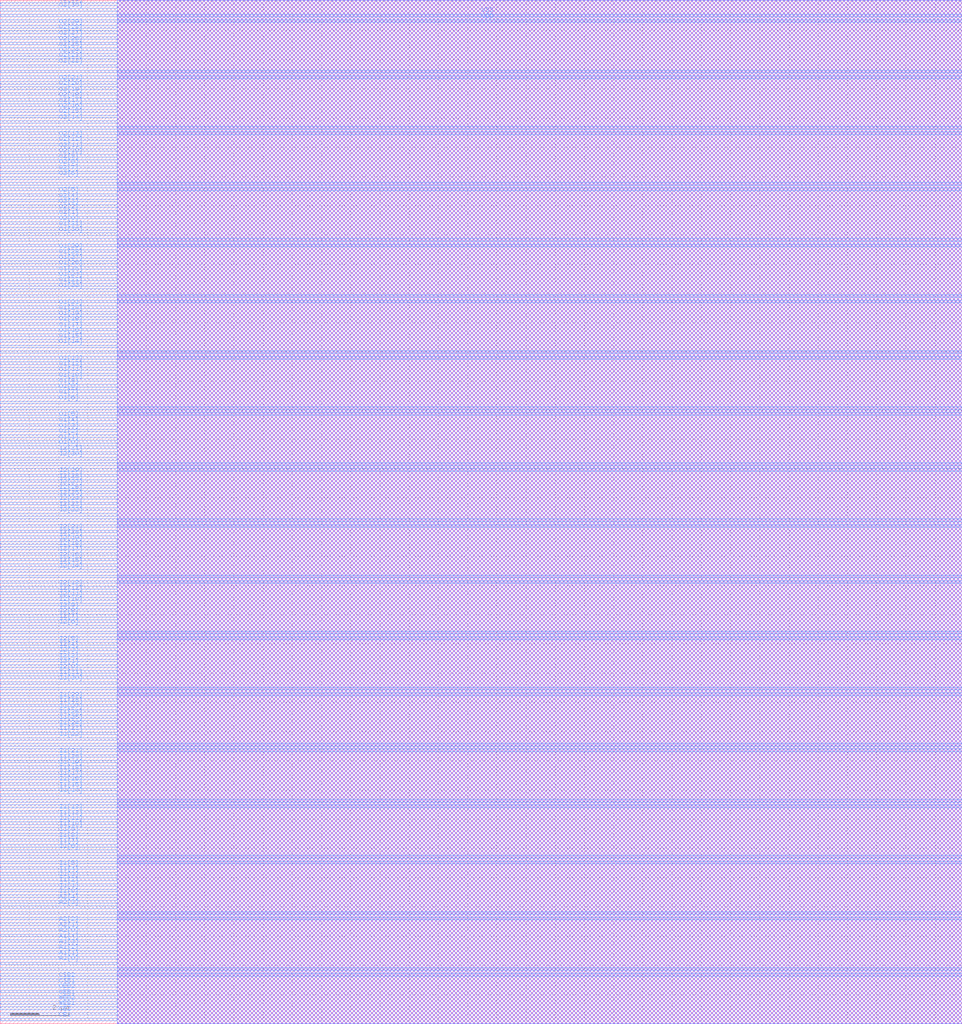
<source format=lef>
VERSION 5.6 ;
BUSBITCHARS "[]" ;
DIVIDERCHAR "/" ;

MACRO SRAM2RW32x32
  CLASS BLOCK ;
  ORIGIN 0 0 ;
  FOREIGN SRAM2RW32x32 0 0 ;
  SIZE 32.928 BY 35.04 ;
  SYMMETRY X Y ;
  SITE coreSite ;
  PIN VDD
    DIRECTION INOUT ;
    USE POWER ;
    PORT 
      LAYER M4 ;
        RECT 0.0 1.632 32.928 1.728 ;
        RECT 0.0 3.552 32.928 3.648 ;
        RECT 0.0 5.472 32.928 5.568 ;
        RECT 0.0 7.392 32.928 7.488 ;
        RECT 0.0 9.312 32.928 9.408 ;
        RECT 0.0 11.232 32.928 11.328 ;
        RECT 0.0 13.152 32.928 13.248 ;
        RECT 0.0 15.072 32.928 15.168 ;
        RECT 0.0 16.992 32.928 17.088 ;
        RECT 0.0 18.912 32.928 19.008 ;
        RECT 0.0 20.832 32.928 20.928 ;
        RECT 0.0 22.752 32.928 22.848 ;
        RECT 0.0 24.672 32.928 24.768 ;
        RECT 0.0 26.592 32.928 26.688 ;
        RECT 0.0 28.512 32.928 28.608 ;
        RECT 0.0 30.432 32.928 30.528 ;
        RECT 0.0 32.352 32.928 32.448 ;
        RECT 0.0 34.272 32.928 34.368 ;
    END 
  END VDD
  PIN VSS
    DIRECTION INOUT ;
    USE GROUND ;
    PORT 
      LAYER M4 ;
        RECT 0.0 1.824 32.928 1.92 ;
        RECT 0.0 3.744 32.928 3.84 ;
        RECT 0.0 5.664 32.928 5.76 ;
        RECT 0.0 7.584 32.928 7.68 ;
        RECT 0.0 9.504 32.928 9.6 ;
        RECT 0.0 11.424 32.928 11.52 ;
        RECT 0.0 13.344 32.928 13.44 ;
        RECT 0.0 15.264 32.928 15.36 ;
        RECT 0.0 17.184 32.928 17.28 ;
        RECT 0.0 19.104 32.928 19.2 ;
        RECT 0.0 21.024 32.928 21.12 ;
        RECT 0.0 22.944 32.928 23.04 ;
        RECT 0.0 24.864 32.928 24.96 ;
        RECT 0.0 26.784 32.928 26.88 ;
        RECT 0.0 28.704 32.928 28.8 ;
        RECT 0.0 30.624 32.928 30.72 ;
        RECT 0.0 32.544 32.928 32.64 ;
        RECT 0.0 34.464 32.928 34.56 ;
    END 
  END VSS
  PIN CE1
    DIRECTION INPUT ;
    USE SIGNAL ;
    PORT 
      LAYER M4 ;
        RECT 0.0 0.096 4.0 0.192 ;
    END 
  END CE1
  PIN CE2
    DIRECTION INPUT ;
    USE SIGNAL ;
    PORT 
      LAYER M4 ;
        RECT 0.0 0.288 4.0 0.384 ;
    END 
  END CE2
  PIN WEB1
    DIRECTION INPUT ;
    USE SIGNAL ;
    PORT 
      LAYER M4 ;
        RECT 0.0 0.48 4.0 0.576 ;
    END 
  END WEB1
  PIN WEB2
    DIRECTION INPUT ;
    USE SIGNAL ;
    PORT 
      LAYER M4 ;
        RECT 0.0 0.672 4.0 0.768 ;
    END 
  END WEB2
  PIN OEB1
    DIRECTION INPUT ;
    USE SIGNAL ;
    PORT 
      LAYER M4 ;
        RECT 0.0 0.864 4.0 0.96 ;
    END 
  END OEB1
  PIN OEB2
    DIRECTION INPUT ;
    USE SIGNAL ;
    PORT 
      LAYER M4 ;
        RECT 0.0 1.056 4.0 1.152 ;
    END 
  END OEB2
  PIN CSB1
    DIRECTION INPUT ;
    USE SIGNAL ;
    PORT 
      LAYER M4 ;
        RECT 0.0 1.248 4.0 1.344 ;
    END 
  END CSB1
  PIN CSB2
    DIRECTION INPUT ;
    USE SIGNAL ;
    PORT 
      LAYER M4 ;
        RECT 0.0 1.44 4.0 1.536 ;
    END 
  END CSB2
  PIN A1[0]
    DIRECTION INPUT ;
    USE SIGNAL ;
    PORT 
      LAYER M4 ;
        RECT 0.0 2.016 4.0 2.112 ;
    END 
  END A1[0]
  PIN A1[1]
    DIRECTION INPUT ;
    USE SIGNAL ;
    PORT 
      LAYER M4 ;
        RECT 0.0 2.208 4.0 2.304 ;
    END 
  END A1[1]
  PIN A1[2]
    DIRECTION INPUT ;
    USE SIGNAL ;
    PORT 
      LAYER M4 ;
        RECT 0.0 2.4 4.0 2.496 ;
    END 
  END A1[2]
  PIN A1[3]
    DIRECTION INPUT ;
    USE SIGNAL ;
    PORT 
      LAYER M4 ;
        RECT 0.0 2.592 4.0 2.688 ;
    END 
  END A1[3]
  PIN A1[4]
    DIRECTION INPUT ;
    USE SIGNAL ;
    PORT 
      LAYER M4 ;
        RECT 0.0 2.784 4.0 2.88 ;
    END 
  END A1[4]
  PIN A2[0]
    DIRECTION INPUT ;
    USE SIGNAL ;
    PORT 
      LAYER M4 ;
        RECT 0.0 2.976 4.0 3.072 ;
    END 
  END A2[0]
  PIN A2[1]
    DIRECTION INPUT ;
    USE SIGNAL ;
    PORT 
      LAYER M4 ;
        RECT 0.0 3.168 4.0 3.264 ;
    END 
  END A2[1]
  PIN A2[2]
    DIRECTION INPUT ;
    USE SIGNAL ;
    PORT 
      LAYER M4 ;
        RECT 0.0 3.36 4.0 3.456 ;
    END 
  END A2[2]
  PIN A2[3]
    DIRECTION INPUT ;
    USE SIGNAL ;
    PORT 
      LAYER M4 ;
        RECT 0.0 3.936 4.0 4.032 ;
    END 
  END A2[3]
  PIN A2[4]
    DIRECTION INPUT ;
    USE SIGNAL ;
    PORT 
      LAYER M4 ;
        RECT 0.0 4.128 4.0 4.224 ;
    END 
  END A2[4]
  PIN I1[0]
    DIRECTION INPUT ;
    USE SIGNAL ;
    PORT 
      LAYER M4 ;
        RECT 0.0 4.32 4.0 4.416 ;
    END 
  END I1[0]
  PIN I1[1]
    DIRECTION INPUT ;
    USE SIGNAL ;
    PORT 
      LAYER M4 ;
        RECT 0.0 4.512 4.0 4.608 ;
    END 
  END I1[1]
  PIN I1[2]
    DIRECTION INPUT ;
    USE SIGNAL ;
    PORT 
      LAYER M4 ;
        RECT 0.0 4.704 4.0 4.8 ;
    END 
  END I1[2]
  PIN I1[3]
    DIRECTION INPUT ;
    USE SIGNAL ;
    PORT 
      LAYER M4 ;
        RECT 0.0 4.896 4.0 4.992 ;
    END 
  END I1[3]
  PIN I1[4]
    DIRECTION INPUT ;
    USE SIGNAL ;
    PORT 
      LAYER M4 ;
        RECT 0.0 5.088 4.0 5.184 ;
    END 
  END I1[4]
  PIN I1[5]
    DIRECTION INPUT ;
    USE SIGNAL ;
    PORT 
      LAYER M4 ;
        RECT 0.0 5.28 4.0 5.376 ;
    END 
  END I1[5]
  PIN I1[6]
    DIRECTION INPUT ;
    USE SIGNAL ;
    PORT 
      LAYER M4 ;
        RECT 0.0 5.856 4.0 5.952 ;
    END 
  END I1[6]
  PIN I1[7]
    DIRECTION INPUT ;
    USE SIGNAL ;
    PORT 
      LAYER M4 ;
        RECT 0.0 6.048 4.0 6.144 ;
    END 
  END I1[7]
  PIN I1[8]
    DIRECTION INPUT ;
    USE SIGNAL ;
    PORT 
      LAYER M4 ;
        RECT 0.0 6.24 4.0 6.336 ;
    END 
  END I1[8]
  PIN I1[9]
    DIRECTION INPUT ;
    USE SIGNAL ;
    PORT 
      LAYER M4 ;
        RECT 0.0 6.432 4.0 6.528 ;
    END 
  END I1[9]
  PIN I1[10]
    DIRECTION INPUT ;
    USE SIGNAL ;
    PORT 
      LAYER M4 ;
        RECT 0.0 6.624 4.0 6.72 ;
    END 
  END I1[10]
  PIN I1[11]
    DIRECTION INPUT ;
    USE SIGNAL ;
    PORT 
      LAYER M4 ;
        RECT 0.0 6.816 4.0 6.912 ;
    END 
  END I1[11]
  PIN I1[12]
    DIRECTION INPUT ;
    USE SIGNAL ;
    PORT 
      LAYER M4 ;
        RECT 0.0 7.008 4.0 7.104 ;
    END 
  END I1[12]
  PIN I1[13]
    DIRECTION INPUT ;
    USE SIGNAL ;
    PORT 
      LAYER M4 ;
        RECT 0.0 7.2 4.0 7.296 ;
    END 
  END I1[13]
  PIN I1[14]
    DIRECTION INPUT ;
    USE SIGNAL ;
    PORT 
      LAYER M4 ;
        RECT 0.0 7.776 4.0 7.872 ;
    END 
  END I1[14]
  PIN I1[15]
    DIRECTION INPUT ;
    USE SIGNAL ;
    PORT 
      LAYER M4 ;
        RECT 0.0 7.968 4.0 8.064 ;
    END 
  END I1[15]
  PIN I1[16]
    DIRECTION INPUT ;
    USE SIGNAL ;
    PORT 
      LAYER M4 ;
        RECT 0.0 8.16 4.0 8.256 ;
    END 
  END I1[16]
  PIN I1[17]
    DIRECTION INPUT ;
    USE SIGNAL ;
    PORT 
      LAYER M4 ;
        RECT 0.0 8.352 4.0 8.448 ;
    END 
  END I1[17]
  PIN I1[18]
    DIRECTION INPUT ;
    USE SIGNAL ;
    PORT 
      LAYER M4 ;
        RECT 0.0 8.544 4.0 8.64 ;
    END 
  END I1[18]
  PIN I1[19]
    DIRECTION INPUT ;
    USE SIGNAL ;
    PORT 
      LAYER M4 ;
        RECT 0.0 8.736 4.0 8.832 ;
    END 
  END I1[19]
  PIN I1[20]
    DIRECTION INPUT ;
    USE SIGNAL ;
    PORT 
      LAYER M4 ;
        RECT 0.0 8.928 4.0 9.024 ;
    END 
  END I1[20]
  PIN I1[21]
    DIRECTION INPUT ;
    USE SIGNAL ;
    PORT 
      LAYER M4 ;
        RECT 0.0 9.12 4.0 9.216 ;
    END 
  END I1[21]
  PIN I1[22]
    DIRECTION INPUT ;
    USE SIGNAL ;
    PORT 
      LAYER M4 ;
        RECT 0.0 9.696 4.0 9.792 ;
    END 
  END I1[22]
  PIN I1[23]
    DIRECTION INPUT ;
    USE SIGNAL ;
    PORT 
      LAYER M4 ;
        RECT 0.0 9.888 4.0 9.984 ;
    END 
  END I1[23]
  PIN I1[24]
    DIRECTION INPUT ;
    USE SIGNAL ;
    PORT 
      LAYER M4 ;
        RECT 0.0 10.08 4.0 10.176 ;
    END 
  END I1[24]
  PIN I1[25]
    DIRECTION INPUT ;
    USE SIGNAL ;
    PORT 
      LAYER M4 ;
        RECT 0.0 10.272 4.0 10.368 ;
    END 
  END I1[25]
  PIN I1[26]
    DIRECTION INPUT ;
    USE SIGNAL ;
    PORT 
      LAYER M4 ;
        RECT 0.0 10.464 4.0 10.56 ;
    END 
  END I1[26]
  PIN I1[27]
    DIRECTION INPUT ;
    USE SIGNAL ;
    PORT 
      LAYER M4 ;
        RECT 0.0 10.656 4.0 10.752 ;
    END 
  END I1[27]
  PIN I1[28]
    DIRECTION INPUT ;
    USE SIGNAL ;
    PORT 
      LAYER M4 ;
        RECT 0.0 10.848 4.0 10.944 ;
    END 
  END I1[28]
  PIN I1[29]
    DIRECTION INPUT ;
    USE SIGNAL ;
    PORT 
      LAYER M4 ;
        RECT 0.0 11.04 4.0 11.136 ;
    END 
  END I1[29]
  PIN I1[30]
    DIRECTION INPUT ;
    USE SIGNAL ;
    PORT 
      LAYER M4 ;
        RECT 0.0 11.616 4.0 11.712 ;
    END 
  END I1[30]
  PIN I1[31]
    DIRECTION INPUT ;
    USE SIGNAL ;
    PORT 
      LAYER M4 ;
        RECT 0.0 11.808 4.0 11.904 ;
    END 
  END I1[31]
  PIN I2[0]
    DIRECTION INPUT ;
    USE SIGNAL ;
    PORT 
      LAYER M4 ;
        RECT 0.0 12.0 4.0 12.096 ;
    END 
  END I2[0]
  PIN I2[1]
    DIRECTION INPUT ;
    USE SIGNAL ;
    PORT 
      LAYER M4 ;
        RECT 0.0 12.192 4.0 12.288 ;
    END 
  END I2[1]
  PIN I2[2]
    DIRECTION INPUT ;
    USE SIGNAL ;
    PORT 
      LAYER M4 ;
        RECT 0.0 12.384 4.0 12.48 ;
    END 
  END I2[2]
  PIN I2[3]
    DIRECTION INPUT ;
    USE SIGNAL ;
    PORT 
      LAYER M4 ;
        RECT 0.0 12.576 4.0 12.672 ;
    END 
  END I2[3]
  PIN I2[4]
    DIRECTION INPUT ;
    USE SIGNAL ;
    PORT 
      LAYER M4 ;
        RECT 0.0 12.768 4.0 12.864 ;
    END 
  END I2[4]
  PIN I2[5]
    DIRECTION INPUT ;
    USE SIGNAL ;
    PORT 
      LAYER M4 ;
        RECT 0.0 12.96 4.0 13.056 ;
    END 
  END I2[5]
  PIN I2[6]
    DIRECTION INPUT ;
    USE SIGNAL ;
    PORT 
      LAYER M4 ;
        RECT 0.0 13.536 4.0 13.632 ;
    END 
  END I2[6]
  PIN I2[7]
    DIRECTION INPUT ;
    USE SIGNAL ;
    PORT 
      LAYER M4 ;
        RECT 0.0 13.728 4.0 13.824 ;
    END 
  END I2[7]
  PIN I2[8]
    DIRECTION INPUT ;
    USE SIGNAL ;
    PORT 
      LAYER M4 ;
        RECT 0.0 13.92 4.0 14.016 ;
    END 
  END I2[8]
  PIN I2[9]
    DIRECTION INPUT ;
    USE SIGNAL ;
    PORT 
      LAYER M4 ;
        RECT 0.0 14.112 4.0 14.208 ;
    END 
  END I2[9]
  PIN I2[10]
    DIRECTION INPUT ;
    USE SIGNAL ;
    PORT 
      LAYER M4 ;
        RECT 0.0 14.304 4.0 14.4 ;
    END 
  END I2[10]
  PIN I2[11]
    DIRECTION INPUT ;
    USE SIGNAL ;
    PORT 
      LAYER M4 ;
        RECT 0.0 14.496 4.0 14.592 ;
    END 
  END I2[11]
  PIN I2[12]
    DIRECTION INPUT ;
    USE SIGNAL ;
    PORT 
      LAYER M4 ;
        RECT 0.0 14.688 4.0 14.784 ;
    END 
  END I2[12]
  PIN I2[13]
    DIRECTION INPUT ;
    USE SIGNAL ;
    PORT 
      LAYER M4 ;
        RECT 0.0 14.88 4.0 14.976 ;
    END 
  END I2[13]
  PIN I2[14]
    DIRECTION INPUT ;
    USE SIGNAL ;
    PORT 
      LAYER M4 ;
        RECT 0.0 15.456 4.0 15.552 ;
    END 
  END I2[14]
  PIN I2[15]
    DIRECTION INPUT ;
    USE SIGNAL ;
    PORT 
      LAYER M4 ;
        RECT 0.0 15.648 4.0 15.744 ;
    END 
  END I2[15]
  PIN I2[16]
    DIRECTION INPUT ;
    USE SIGNAL ;
    PORT 
      LAYER M4 ;
        RECT 0.0 15.84 4.0 15.936 ;
    END 
  END I2[16]
  PIN I2[17]
    DIRECTION INPUT ;
    USE SIGNAL ;
    PORT 
      LAYER M4 ;
        RECT 0.0 16.032 4.0 16.128 ;
    END 
  END I2[17]
  PIN I2[18]
    DIRECTION INPUT ;
    USE SIGNAL ;
    PORT 
      LAYER M4 ;
        RECT 0.0 16.224 4.0 16.32 ;
    END 
  END I2[18]
  PIN I2[19]
    DIRECTION INPUT ;
    USE SIGNAL ;
    PORT 
      LAYER M4 ;
        RECT 0.0 16.416 4.0 16.512 ;
    END 
  END I2[19]
  PIN I2[20]
    DIRECTION INPUT ;
    USE SIGNAL ;
    PORT 
      LAYER M4 ;
        RECT 0.0 16.608 4.0 16.704 ;
    END 
  END I2[20]
  PIN I2[21]
    DIRECTION INPUT ;
    USE SIGNAL ;
    PORT 
      LAYER M4 ;
        RECT 0.0 16.8 4.0 16.896 ;
    END 
  END I2[21]
  PIN I2[22]
    DIRECTION INPUT ;
    USE SIGNAL ;
    PORT 
      LAYER M4 ;
        RECT 0.0 17.376 4.0 17.472 ;
    END 
  END I2[22]
  PIN I2[23]
    DIRECTION INPUT ;
    USE SIGNAL ;
    PORT 
      LAYER M4 ;
        RECT 0.0 17.568 4.0 17.664 ;
    END 
  END I2[23]
  PIN I2[24]
    DIRECTION INPUT ;
    USE SIGNAL ;
    PORT 
      LAYER M4 ;
        RECT 0.0 17.76 4.0 17.856 ;
    END 
  END I2[24]
  PIN I2[25]
    DIRECTION INPUT ;
    USE SIGNAL ;
    PORT 
      LAYER M4 ;
        RECT 0.0 17.952 4.0 18.048 ;
    END 
  END I2[25]
  PIN I2[26]
    DIRECTION INPUT ;
    USE SIGNAL ;
    PORT 
      LAYER M4 ;
        RECT 0.0 18.144 4.0 18.24 ;
    END 
  END I2[26]
  PIN I2[27]
    DIRECTION INPUT ;
    USE SIGNAL ;
    PORT 
      LAYER M4 ;
        RECT 0.0 18.336 4.0 18.432 ;
    END 
  END I2[27]
  PIN I2[28]
    DIRECTION INPUT ;
    USE SIGNAL ;
    PORT 
      LAYER M4 ;
        RECT 0.0 18.528 4.0 18.624 ;
    END 
  END I2[28]
  PIN I2[29]
    DIRECTION INPUT ;
    USE SIGNAL ;
    PORT 
      LAYER M4 ;
        RECT 0.0 18.72 4.0 18.816 ;
    END 
  END I2[29]
  PIN I2[30]
    DIRECTION INPUT ;
    USE SIGNAL ;
    PORT 
      LAYER M4 ;
        RECT 0.0 19.296 4.0 19.392 ;
    END 
  END I2[30]
  PIN I2[31]
    DIRECTION INPUT ;
    USE SIGNAL ;
    PORT 
      LAYER M4 ;
        RECT 0.0 19.488 4.0 19.584 ;
    END 
  END I2[31]
  PIN O1[0]
    DIRECTION OUTPUT ;
    USE SIGNAL ;
    PORT 
      LAYER M4 ;
        RECT 0.0 19.68 4.0 19.776 ;
    END 
  END O1[0]
  PIN O1[1]
    DIRECTION OUTPUT ;
    USE SIGNAL ;
    PORT 
      LAYER M4 ;
        RECT 0.0 19.872 4.0 19.968 ;
    END 
  END O1[1]
  PIN O1[2]
    DIRECTION OUTPUT ;
    USE SIGNAL ;
    PORT 
      LAYER M4 ;
        RECT 0.0 20.064 4.0 20.16 ;
    END 
  END O1[2]
  PIN O1[3]
    DIRECTION OUTPUT ;
    USE SIGNAL ;
    PORT 
      LAYER M4 ;
        RECT 0.0 20.256 4.0 20.352 ;
    END 
  END O1[3]
  PIN O1[4]
    DIRECTION OUTPUT ;
    USE SIGNAL ;
    PORT 
      LAYER M4 ;
        RECT 0.0 20.448 4.0 20.544 ;
    END 
  END O1[4]
  PIN O1[5]
    DIRECTION OUTPUT ;
    USE SIGNAL ;
    PORT 
      LAYER M4 ;
        RECT 0.0 20.64 4.0 20.736 ;
    END 
  END O1[5]
  PIN O1[6]
    DIRECTION OUTPUT ;
    USE SIGNAL ;
    PORT 
      LAYER M4 ;
        RECT 0.0 21.216 4.0 21.312 ;
    END 
  END O1[6]
  PIN O1[7]
    DIRECTION OUTPUT ;
    USE SIGNAL ;
    PORT 
      LAYER M4 ;
        RECT 0.0 21.408 4.0 21.504 ;
    END 
  END O1[7]
  PIN O1[8]
    DIRECTION OUTPUT ;
    USE SIGNAL ;
    PORT 
      LAYER M4 ;
        RECT 0.0 21.6 4.0 21.696 ;
    END 
  END O1[8]
  PIN O1[9]
    DIRECTION OUTPUT ;
    USE SIGNAL ;
    PORT 
      LAYER M4 ;
        RECT 0.0 21.792 4.0 21.888 ;
    END 
  END O1[9]
  PIN O1[10]
    DIRECTION OUTPUT ;
    USE SIGNAL ;
    PORT 
      LAYER M4 ;
        RECT 0.0 21.984 4.0 22.08 ;
    END 
  END O1[10]
  PIN O1[11]
    DIRECTION OUTPUT ;
    USE SIGNAL ;
    PORT 
      LAYER M4 ;
        RECT 0.0 22.176 4.0 22.272 ;
    END 
  END O1[11]
  PIN O1[12]
    DIRECTION OUTPUT ;
    USE SIGNAL ;
    PORT 
      LAYER M4 ;
        RECT 0.0 22.368 4.0 22.464 ;
    END 
  END O1[12]
  PIN O1[13]
    DIRECTION OUTPUT ;
    USE SIGNAL ;
    PORT 
      LAYER M4 ;
        RECT 0.0 22.56 4.0 22.656 ;
    END 
  END O1[13]
  PIN O1[14]
    DIRECTION OUTPUT ;
    USE SIGNAL ;
    PORT 
      LAYER M4 ;
        RECT 0.0 23.136 4.0 23.232 ;
    END 
  END O1[14]
  PIN O1[15]
    DIRECTION OUTPUT ;
    USE SIGNAL ;
    PORT 
      LAYER M4 ;
        RECT 0.0 23.328 4.0 23.424 ;
    END 
  END O1[15]
  PIN O1[16]
    DIRECTION OUTPUT ;
    USE SIGNAL ;
    PORT 
      LAYER M4 ;
        RECT 0.0 23.52 4.0 23.616 ;
    END 
  END O1[16]
  PIN O1[17]
    DIRECTION OUTPUT ;
    USE SIGNAL ;
    PORT 
      LAYER M4 ;
        RECT 0.0 23.712 4.0 23.808 ;
    END 
  END O1[17]
  PIN O1[18]
    DIRECTION OUTPUT ;
    USE SIGNAL ;
    PORT 
      LAYER M4 ;
        RECT 0.0 23.904 4.0 24.0 ;
    END 
  END O1[18]
  PIN O1[19]
    DIRECTION OUTPUT ;
    USE SIGNAL ;
    PORT 
      LAYER M4 ;
        RECT 0.0 24.096 4.0 24.192 ;
    END 
  END O1[19]
  PIN O1[20]
    DIRECTION OUTPUT ;
    USE SIGNAL ;
    PORT 
      LAYER M4 ;
        RECT 0.0 24.288 4.0 24.384 ;
    END 
  END O1[20]
  PIN O1[21]
    DIRECTION OUTPUT ;
    USE SIGNAL ;
    PORT 
      LAYER M4 ;
        RECT 0.0 24.48 4.0 24.576 ;
    END 
  END O1[21]
  PIN O1[22]
    DIRECTION OUTPUT ;
    USE SIGNAL ;
    PORT 
      LAYER M4 ;
        RECT 0.0 25.056 4.0 25.152 ;
    END 
  END O1[22]
  PIN O1[23]
    DIRECTION OUTPUT ;
    USE SIGNAL ;
    PORT 
      LAYER M4 ;
        RECT 0.0 25.248 4.0 25.344 ;
    END 
  END O1[23]
  PIN O1[24]
    DIRECTION OUTPUT ;
    USE SIGNAL ;
    PORT 
      LAYER M4 ;
        RECT 0.0 25.44 4.0 25.536 ;
    END 
  END O1[24]
  PIN O1[25]
    DIRECTION OUTPUT ;
    USE SIGNAL ;
    PORT 
      LAYER M4 ;
        RECT 0.0 25.632 4.0 25.728 ;
    END 
  END O1[25]
  PIN O1[26]
    DIRECTION OUTPUT ;
    USE SIGNAL ;
    PORT 
      LAYER M4 ;
        RECT 0.0 25.824 4.0 25.92 ;
    END 
  END O1[26]
  PIN O1[27]
    DIRECTION OUTPUT ;
    USE SIGNAL ;
    PORT 
      LAYER M4 ;
        RECT 0.0 26.016 4.0 26.112 ;
    END 
  END O1[27]
  PIN O1[28]
    DIRECTION OUTPUT ;
    USE SIGNAL ;
    PORT 
      LAYER M4 ;
        RECT 0.0 26.208 4.0 26.304 ;
    END 
  END O1[28]
  PIN O1[29]
    DIRECTION OUTPUT ;
    USE SIGNAL ;
    PORT 
      LAYER M4 ;
        RECT 0.0 26.4 4.0 26.496 ;
    END 
  END O1[29]
  PIN O1[30]
    DIRECTION OUTPUT ;
    USE SIGNAL ;
    PORT 
      LAYER M4 ;
        RECT 0.0 26.976 4.0 27.072 ;
    END 
  END O1[30]
  PIN O1[31]
    DIRECTION OUTPUT ;
    USE SIGNAL ;
    PORT 
      LAYER M4 ;
        RECT 0.0 27.168 4.0 27.264 ;
    END 
  END O1[31]
  PIN O2[0]
    DIRECTION OUTPUT ;
    USE SIGNAL ;
    PORT 
      LAYER M4 ;
        RECT 0.0 27.36 4.0 27.456 ;
    END 
  END O2[0]
  PIN O2[1]
    DIRECTION OUTPUT ;
    USE SIGNAL ;
    PORT 
      LAYER M4 ;
        RECT 0.0 27.552 4.0 27.648 ;
    END 
  END O2[1]
  PIN O2[2]
    DIRECTION OUTPUT ;
    USE SIGNAL ;
    PORT 
      LAYER M4 ;
        RECT 0.0 27.744 4.0 27.84 ;
    END 
  END O2[2]
  PIN O2[3]
    DIRECTION OUTPUT ;
    USE SIGNAL ;
    PORT 
      LAYER M4 ;
        RECT 0.0 27.936 4.0 28.032 ;
    END 
  END O2[3]
  PIN O2[4]
    DIRECTION OUTPUT ;
    USE SIGNAL ;
    PORT 
      LAYER M4 ;
        RECT 0.0 28.128 4.0 28.224 ;
    END 
  END O2[4]
  PIN O2[5]
    DIRECTION OUTPUT ;
    USE SIGNAL ;
    PORT 
      LAYER M4 ;
        RECT 0.0 28.32 4.0 28.416 ;
    END 
  END O2[5]
  PIN O2[6]
    DIRECTION OUTPUT ;
    USE SIGNAL ;
    PORT 
      LAYER M4 ;
        RECT 0.0 28.896 4.0 28.992 ;
    END 
  END O2[6]
  PIN O2[7]
    DIRECTION OUTPUT ;
    USE SIGNAL ;
    PORT 
      LAYER M4 ;
        RECT 0.0 29.088 4.0 29.184 ;
    END 
  END O2[7]
  PIN O2[8]
    DIRECTION OUTPUT ;
    USE SIGNAL ;
    PORT 
      LAYER M4 ;
        RECT 0.0 29.28 4.0 29.376 ;
    END 
  END O2[8]
  PIN O2[9]
    DIRECTION OUTPUT ;
    USE SIGNAL ;
    PORT 
      LAYER M4 ;
        RECT 0.0 29.472 4.0 29.568 ;
    END 
  END O2[9]
  PIN O2[10]
    DIRECTION OUTPUT ;
    USE SIGNAL ;
    PORT 
      LAYER M4 ;
        RECT 0.0 29.664 4.0 29.76 ;
    END 
  END O2[10]
  PIN O2[11]
    DIRECTION OUTPUT ;
    USE SIGNAL ;
    PORT 
      LAYER M4 ;
        RECT 0.0 29.856 4.0 29.952 ;
    END 
  END O2[11]
  PIN O2[12]
    DIRECTION OUTPUT ;
    USE SIGNAL ;
    PORT 
      LAYER M4 ;
        RECT 0.0 30.048 4.0 30.144 ;
    END 
  END O2[12]
  PIN O2[13]
    DIRECTION OUTPUT ;
    USE SIGNAL ;
    PORT 
      LAYER M4 ;
        RECT 0.0 30.24 4.0 30.336 ;
    END 
  END O2[13]
  PIN O2[14]
    DIRECTION OUTPUT ;
    USE SIGNAL ;
    PORT 
      LAYER M4 ;
        RECT 0.0 30.816 4.0 30.912 ;
    END 
  END O2[14]
  PIN O2[15]
    DIRECTION OUTPUT ;
    USE SIGNAL ;
    PORT 
      LAYER M4 ;
        RECT 0.0 31.008 4.0 31.104 ;
    END 
  END O2[15]
  PIN O2[16]
    DIRECTION OUTPUT ;
    USE SIGNAL ;
    PORT 
      LAYER M4 ;
        RECT 0.0 31.2 4.0 31.296 ;
    END 
  END O2[16]
  PIN O2[17]
    DIRECTION OUTPUT ;
    USE SIGNAL ;
    PORT 
      LAYER M4 ;
        RECT 0.0 31.392 4.0 31.488 ;
    END 
  END O2[17]
  PIN O2[18]
    DIRECTION OUTPUT ;
    USE SIGNAL ;
    PORT 
      LAYER M4 ;
        RECT 0.0 31.584 4.0 31.68 ;
    END 
  END O2[18]
  PIN O2[19]
    DIRECTION OUTPUT ;
    USE SIGNAL ;
    PORT 
      LAYER M4 ;
        RECT 0.0 31.776 4.0 31.872 ;
    END 
  END O2[19]
  PIN O2[20]
    DIRECTION OUTPUT ;
    USE SIGNAL ;
    PORT 
      LAYER M4 ;
        RECT 0.0 31.968 4.0 32.064 ;
    END 
  END O2[20]
  PIN O2[21]
    DIRECTION OUTPUT ;
    USE SIGNAL ;
    PORT 
      LAYER M4 ;
        RECT 0.0 32.16 4.0 32.256 ;
    END 
  END O2[21]
  PIN O2[22]
    DIRECTION OUTPUT ;
    USE SIGNAL ;
    PORT 
      LAYER M4 ;
        RECT 0.0 32.736 4.0 32.832 ;
    END 
  END O2[22]
  PIN O2[23]
    DIRECTION OUTPUT ;
    USE SIGNAL ;
    PORT 
      LAYER M4 ;
        RECT 0.0 32.928 4.0 33.024 ;
    END 
  END O2[23]
  PIN O2[24]
    DIRECTION OUTPUT ;
    USE SIGNAL ;
    PORT 
      LAYER M4 ;
        RECT 0.0 33.12 4.0 33.216 ;
    END 
  END O2[24]
  PIN O2[25]
    DIRECTION OUTPUT ;
    USE SIGNAL ;
    PORT 
      LAYER M4 ;
        RECT 0.0 33.312 4.0 33.408 ;
    END 
  END O2[25]
  PIN O2[26]
    DIRECTION OUTPUT ;
    USE SIGNAL ;
    PORT 
      LAYER M4 ;
        RECT 0.0 33.504 4.0 33.6 ;
    END 
  END O2[26]
  PIN O2[27]
    DIRECTION OUTPUT ;
    USE SIGNAL ;
    PORT 
      LAYER M4 ;
        RECT 0.0 33.696 4.0 33.792 ;
    END 
  END O2[27]
  PIN O2[28]
    DIRECTION OUTPUT ;
    USE SIGNAL ;
    PORT 
      LAYER M4 ;
        RECT 0.0 33.888 4.0 33.984 ;
    END 
  END O2[28]
  PIN O2[29]
    DIRECTION OUTPUT ;
    USE SIGNAL ;
    PORT 
      LAYER M4 ;
        RECT 0.0 34.08 4.0 34.176 ;
    END 
  END O2[29]
  PIN O2[30]
    DIRECTION OUTPUT ;
    USE SIGNAL ;
    PORT 
      LAYER M4 ;
        RECT 0.0 34.656 4.0 34.752 ;
    END 
  END O2[30]
  PIN O2[31]
    DIRECTION OUTPUT ;
    USE SIGNAL ;
    PORT 
      LAYER M4 ;
        RECT 0.0 34.848 4.0 34.944 ;
    END 
  END O2[31]
  OBS 
    LAYER M1 ;
      RECT 4.0 0.0 32.928 35.04 ;
    LAYER M2 ;
      RECT 4.0 0.0 32.928 35.04 ;
    LAYER M3 ;
      RECT 4.0 0.0 32.928 35.04 ;
  END 
END SRAM2RW32x32

END LIBRARY
</source>
